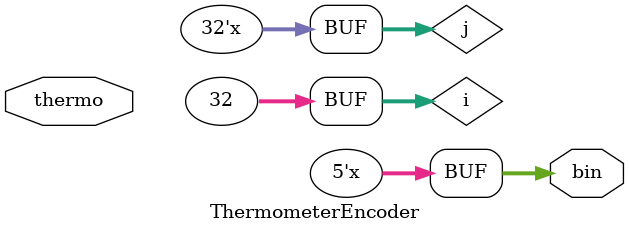
<source format=v>

`timescale 1ns / 100ps

module ThermometerEncoder (

   input  wire [31:0]  thermo,    // 32-bit thermometer output code
   output reg  [4:0]   bin        //  5-bit base-2 binary input code

   ) ;

   
   integer i ;
   integer j=0;
   
   always @(*) begin

      for(i=0; i < 32; i=i+1) begin
	  
	     if(thermo[i] == 1) begin
		 j = j+1;
		 end
	  
	  end //for

      bin <= j;
	  
	  end //always
	  
endmodule



</source>
